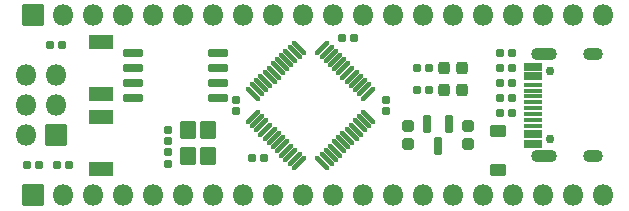
<source format=gbr>
G04 #@! TF.GenerationSoftware,KiCad,Pcbnew,6.0.1+dfsg-1*
G04 #@! TF.CreationDate,2022-01-30T08:17:39+08:00*
G04 #@! TF.ProjectId,gp,67702e6b-6963-4616-945f-706362585858,d*
G04 #@! TF.SameCoordinates,Original*
G04 #@! TF.FileFunction,Soldermask,Top*
G04 #@! TF.FilePolarity,Negative*
%FSLAX46Y46*%
G04 Gerber Fmt 4.6, Leading zero omitted, Abs format (unit mm)*
G04 Created by KiCad (PCBNEW 6.0.1+dfsg-1) date 2022-01-30 08:17:39*
%MOMM*%
%LPD*%
G01*
G04 APERTURE LIST*
G04 Aperture macros list*
%AMRoundRect*
0 Rectangle with rounded corners*
0 $1 Rounding radius*
0 $2 $3 $4 $5 $6 $7 $8 $9 X,Y pos of 4 corners*
0 Add a 4 corners polygon primitive as box body*
4,1,4,$2,$3,$4,$5,$6,$7,$8,$9,$2,$3,0*
0 Add four circle primitives for the rounded corners*
1,1,$1+$1,$2,$3*
1,1,$1+$1,$4,$5*
1,1,$1+$1,$6,$7*
1,1,$1+$1,$8,$9*
0 Add four rect primitives between the rounded corners*
20,1,$1+$1,$2,$3,$4,$5,0*
20,1,$1+$1,$4,$5,$6,$7,0*
20,1,$1+$1,$6,$7,$8,$9,0*
20,1,$1+$1,$8,$9,$2,$3,0*%
G04 Aperture macros list end*
%ADD10RoundRect,0.200000X0.650000X0.150000X-0.650000X0.150000X-0.650000X-0.150000X0.650000X-0.150000X0*%
%ADD11RoundRect,0.050000X-1.000000X0.525000X-1.000000X-0.525000X1.000000X-0.525000X1.000000X0.525000X0*%
%ADD12RoundRect,0.050000X0.725000X-0.300000X0.725000X0.300000X-0.725000X0.300000X-0.725000X-0.300000X0*%
%ADD13RoundRect,0.050000X0.725000X-0.150000X0.725000X0.150000X-0.725000X0.150000X-0.725000X-0.150000X0*%
%ADD14O,2.200000X1.100000*%
%ADD15C,0.750000*%
%ADD16O,1.700000X1.100000*%
%ADD17RoundRect,0.050000X-0.850000X0.850000X-0.850000X-0.850000X0.850000X-0.850000X0.850000X0.850000X0*%
%ADD18O,1.800000X1.800000*%
%ADD19RoundRect,0.050000X-0.600000X0.700000X-0.600000X-0.700000X0.600000X-0.700000X0.600000X0.700000X0*%
%ADD20RoundRect,0.050000X0.850000X0.850000X-0.850000X0.850000X-0.850000X-0.850000X0.850000X-0.850000X0*%
%ADD21RoundRect,0.125000X-0.415425X-0.521491X0.521491X0.415425X0.415425X0.521491X-0.521491X-0.415425X0*%
%ADD22RoundRect,0.125000X0.415425X-0.521491X0.521491X-0.415425X-0.415425X0.521491X-0.521491X0.415425X0*%
%ADD23RoundRect,0.275000X-0.250000X0.225000X-0.250000X-0.225000X0.250000X-0.225000X0.250000X0.225000X0*%
%ADD24RoundRect,0.275000X0.250000X-0.225000X0.250000X0.225000X-0.250000X0.225000X-0.250000X-0.225000X0*%
%ADD25RoundRect,0.185000X0.135000X0.185000X-0.135000X0.185000X-0.135000X-0.185000X0.135000X-0.185000X0*%
%ADD26RoundRect,0.200000X-0.150000X0.587500X-0.150000X-0.587500X0.150000X-0.587500X0.150000X0.587500X0*%
%ADD27RoundRect,0.190000X0.170000X-0.140000X0.170000X0.140000X-0.170000X0.140000X-0.170000X-0.140000X0*%
%ADD28RoundRect,0.190000X-0.170000X0.140000X-0.170000X-0.140000X0.170000X-0.140000X0.170000X0.140000X0*%
%ADD29RoundRect,0.185000X-0.135000X-0.185000X0.135000X-0.185000X0.135000X0.185000X-0.135000X0.185000X0*%
%ADD30RoundRect,0.268750X-0.218750X-0.256250X0.218750X-0.256250X0.218750X0.256250X-0.218750X0.256250X0*%
%ADD31RoundRect,0.190000X-0.140000X-0.170000X0.140000X-0.170000X0.140000X0.170000X-0.140000X0.170000X0*%
%ADD32RoundRect,0.050000X0.600000X-0.450000X0.600000X0.450000X-0.600000X0.450000X-0.600000X-0.450000X0*%
%ADD33RoundRect,0.190000X0.140000X0.170000X-0.140000X0.170000X-0.140000X-0.170000X0.140000X-0.170000X0*%
G04 APERTURE END LIST*
D10*
G04 #@! TO.C,U3*
X169335000Y-100965000D03*
X169335000Y-99695000D03*
X169335000Y-98425000D03*
X169335000Y-97155000D03*
X162135000Y-97155000D03*
X162135000Y-98425000D03*
X162135000Y-99695000D03*
X162135000Y-100965000D03*
G04 #@! TD*
D11*
G04 #@! TO.C,SW2*
X159385000Y-100625000D03*
X159435000Y-96225000D03*
G04 #@! TD*
G04 #@! TO.C,SW1*
X159385000Y-106975000D03*
X159435000Y-102575000D03*
G04 #@! TD*
D12*
G04 #@! TO.C,J1*
X195980000Y-98350000D03*
X195980000Y-99150000D03*
X195980000Y-104050000D03*
X195980000Y-104850000D03*
X195980000Y-104850000D03*
X195980000Y-104050000D03*
X195980000Y-99150000D03*
X195980000Y-98350000D03*
D13*
X195980000Y-103350000D03*
X195980000Y-102850000D03*
X195980000Y-102350000D03*
X195980000Y-101350000D03*
X195980000Y-100850000D03*
X195980000Y-100350000D03*
X195980000Y-99850000D03*
X195980000Y-101850000D03*
D14*
X196895000Y-97280000D03*
X196895000Y-105920000D03*
D15*
X197425000Y-104490000D03*
D16*
X201075000Y-105920000D03*
D15*
X197425000Y-98710000D03*
D16*
X201075000Y-97280000D03*
G04 #@! TD*
D17*
G04 #@! TO.C,J3*
X153670000Y-109220000D03*
D18*
X156210000Y-109220000D03*
X158750000Y-109220000D03*
X161290000Y-109220000D03*
X163830000Y-109220000D03*
X166370000Y-109220000D03*
X168910000Y-109220000D03*
X171450000Y-109220000D03*
X173990000Y-109220000D03*
X176530000Y-109220000D03*
X179070000Y-109220000D03*
X181610000Y-109220000D03*
X184150000Y-109220000D03*
X186690000Y-109220000D03*
X189230000Y-109220000D03*
X191770000Y-109220000D03*
X194310000Y-109220000D03*
X196850000Y-109220000D03*
X199390000Y-109220000D03*
X201930000Y-109220000D03*
G04 #@! TD*
D19*
G04 #@! TO.C,Y1*
X166790000Y-103675000D03*
X166790000Y-105875000D03*
X168490000Y-105875000D03*
X168490000Y-103675000D03*
G04 #@! TD*
D20*
G04 #@! TO.C,J2*
X155575000Y-104140000D03*
D18*
X153035000Y-104140000D03*
X155575000Y-101600000D03*
X153035000Y-101600000D03*
X155575000Y-99060000D03*
X153035000Y-99060000D03*
G04 #@! TD*
D21*
G04 #@! TO.C,U2*
X172277124Y-102598788D03*
X172630678Y-102952342D03*
X172984231Y-103305895D03*
X173337785Y-103659449D03*
X173691338Y-104013002D03*
X174044891Y-104366555D03*
X174398445Y-104720109D03*
X174751998Y-105073662D03*
X175105551Y-105427215D03*
X175459105Y-105780769D03*
X175812658Y-106134322D03*
X176166212Y-106487876D03*
D22*
X178163788Y-106487876D03*
X178517342Y-106134322D03*
X178870895Y-105780769D03*
X179224449Y-105427215D03*
X179578002Y-105073662D03*
X179931555Y-104720109D03*
X180285109Y-104366555D03*
X180638662Y-104013002D03*
X180992215Y-103659449D03*
X181345769Y-103305895D03*
X181699322Y-102952342D03*
X182052876Y-102598788D03*
D21*
X182052876Y-100601212D03*
X181699322Y-100247658D03*
X181345769Y-99894105D03*
X180992215Y-99540551D03*
X180638662Y-99186998D03*
X180285109Y-98833445D03*
X179931555Y-98479891D03*
X179578002Y-98126338D03*
X179224449Y-97772785D03*
X178870895Y-97419231D03*
X178517342Y-97065678D03*
X178163788Y-96712124D03*
D22*
X176166212Y-96712124D03*
X175812658Y-97065678D03*
X175459105Y-97419231D03*
X175105551Y-97772785D03*
X174751998Y-98126338D03*
X174398445Y-98479891D03*
X174044891Y-98833445D03*
X173691338Y-99186998D03*
X173337785Y-99540551D03*
X172984231Y-99894105D03*
X172630678Y-100247658D03*
X172277124Y-100601212D03*
G04 #@! TD*
D23*
G04 #@! TO.C,C3*
X185420000Y-103365000D03*
X185420000Y-104915000D03*
G04 #@! TD*
D24*
G04 #@! TO.C,C1*
X190500000Y-104915000D03*
X190500000Y-103365000D03*
G04 #@! TD*
D25*
G04 #@! TO.C,R5*
X156085000Y-96520000D03*
X155065000Y-96520000D03*
G04 #@! TD*
G04 #@! TO.C,R8*
X187200000Y-98425000D03*
X186180000Y-98425000D03*
G04 #@! TD*
G04 #@! TO.C,R4*
X194185000Y-98425000D03*
X193165000Y-98425000D03*
G04 #@! TD*
G04 #@! TO.C,R3*
X194185000Y-99695000D03*
X193165000Y-99695000D03*
G04 #@! TD*
G04 #@! TO.C,R2*
X194185000Y-100965000D03*
X193165000Y-100965000D03*
G04 #@! TD*
D26*
G04 #@! TO.C,U1*
X188910000Y-103202500D03*
X187010000Y-103202500D03*
X187960000Y-105077500D03*
G04 #@! TD*
D25*
G04 #@! TO.C,R7*
X194185000Y-102235000D03*
X193165000Y-102235000D03*
G04 #@! TD*
D27*
G04 #@! TO.C,C9*
X165100000Y-106525000D03*
X165100000Y-105565000D03*
G04 #@! TD*
D28*
G04 #@! TO.C,C8*
X165100000Y-103660000D03*
X165100000Y-104620000D03*
G04 #@! TD*
D25*
G04 #@! TO.C,R6*
X194185000Y-97155000D03*
X193165000Y-97155000D03*
G04 #@! TD*
G04 #@! TO.C,R9*
X187200000Y-100330000D03*
X186180000Y-100330000D03*
G04 #@! TD*
D29*
G04 #@! TO.C,R1*
X153160000Y-106680000D03*
X154180000Y-106680000D03*
G04 #@! TD*
D30*
G04 #@! TO.C,D3*
X188442500Y-100330000D03*
X190017500Y-100330000D03*
G04 #@! TD*
G04 #@! TO.C,D2*
X188442500Y-98425000D03*
X190017500Y-98425000D03*
G04 #@! TD*
D31*
G04 #@! TO.C,C2*
X155730000Y-106680000D03*
X156690000Y-106680000D03*
G04 #@! TD*
D17*
G04 #@! TO.C,J4*
X153670000Y-93980000D03*
D18*
X156210000Y-93980000D03*
X158750000Y-93980000D03*
X161290000Y-93980000D03*
X163830000Y-93980000D03*
X166370000Y-93980000D03*
X168910000Y-93980000D03*
X171450000Y-93980000D03*
X173990000Y-93980000D03*
X176530000Y-93980000D03*
X179070000Y-93980000D03*
X181610000Y-93980000D03*
X184150000Y-93980000D03*
X186690000Y-93980000D03*
X189230000Y-93980000D03*
X191770000Y-93980000D03*
X194310000Y-93980000D03*
X196850000Y-93980000D03*
X199390000Y-93980000D03*
X201930000Y-93980000D03*
G04 #@! TD*
D32*
G04 #@! TO.C,D1*
X193040000Y-107060000D03*
X193040000Y-103760000D03*
G04 #@! TD*
D27*
G04 #@! TO.C,C7*
X170815000Y-102080000D03*
X170815000Y-101120000D03*
G04 #@! TD*
D33*
G04 #@! TO.C,C6*
X173200000Y-106045000D03*
X172240000Y-106045000D03*
G04 #@! TD*
D31*
G04 #@! TO.C,C5*
X179860000Y-95885000D03*
X180820000Y-95885000D03*
G04 #@! TD*
D27*
G04 #@! TO.C,C4*
X183515000Y-102080000D03*
X183515000Y-101120000D03*
G04 #@! TD*
M02*

</source>
